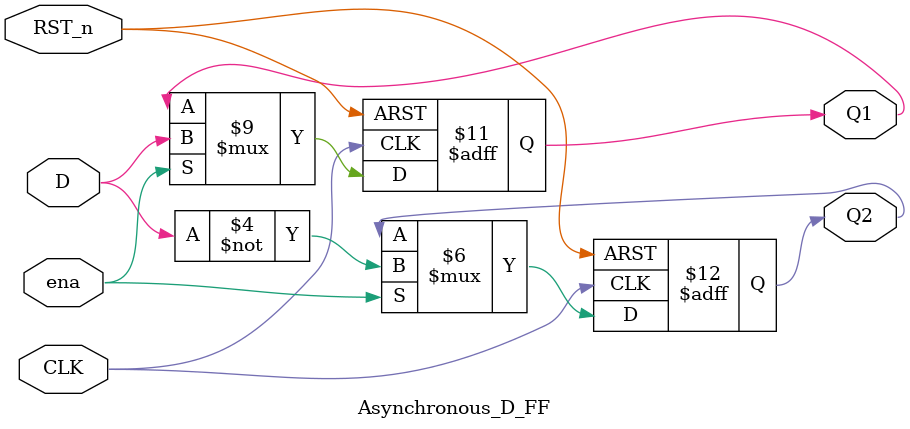
<source format=v>
`timescale 1ns / 1ps


module Asynchronous_D_FF(
    input CLK,
    input D,
    input RST_n,
    input ena,
    output reg Q1,
    output reg Q2
    );
        
     always@(posedge CLK or posedge RST_n)
     begin
     if(RST_n==1)
     begin
          Q1=0;
          Q2=1;
     end
     else
     begin
        if(ena==1)begin
          Q1=D;
          Q2=~D;  
        end
     end
     end
endmodule


</source>
